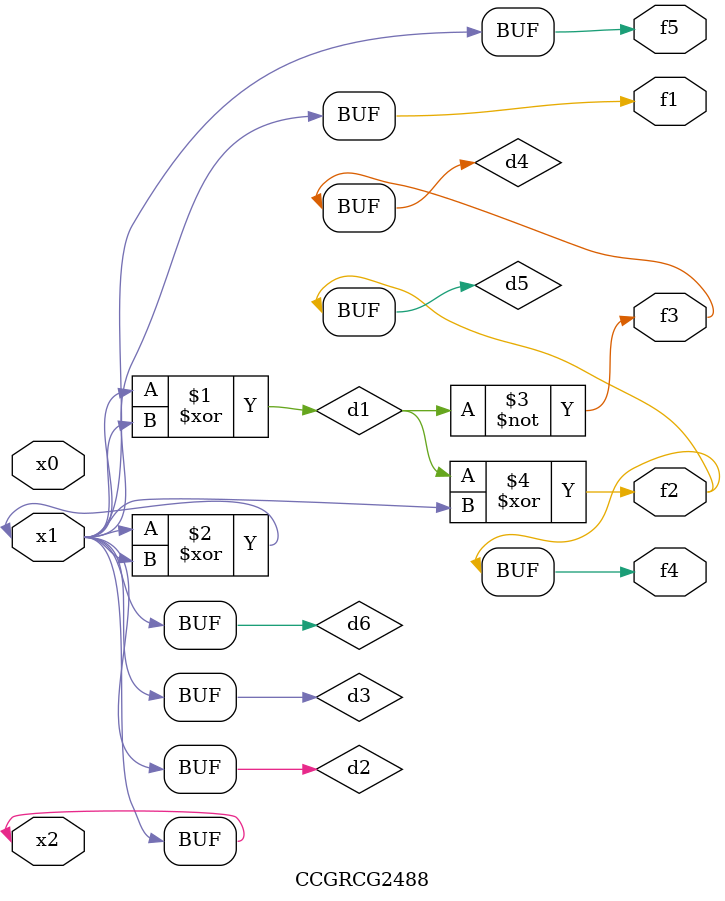
<source format=v>
module CCGRCG2488(
	input x0, x1, x2,
	output f1, f2, f3, f4, f5
);

	wire d1, d2, d3, d4, d5, d6;

	xor (d1, x1, x2);
	buf (d2, x1, x2);
	xor (d3, x1, x2);
	nor (d4, d1);
	xor (d5, d1, d2);
	buf (d6, d2, d3);
	assign f1 = d6;
	assign f2 = d5;
	assign f3 = d4;
	assign f4 = d5;
	assign f5 = d6;
endmodule

</source>
